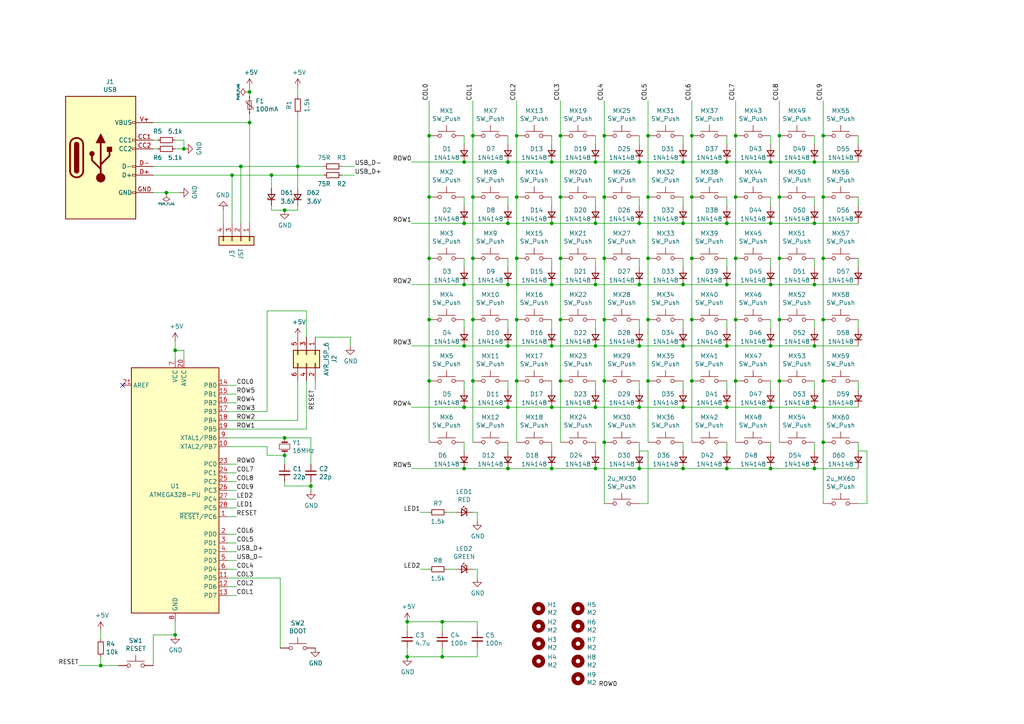
<source format=kicad_sch>
(kicad_sch (version 20210621) (generator eeschema)
  (paper "A4")
  (title_block (title "Lumberjack PCB"))
  (junction (at 29.21 193.04) (diameter 0.9144))
  (junction (at 48.26 55.88) (diameter 0.9144))
  (junction (at 50.8 101.6) (diameter 0.9144))
  (junction (at 50.8 184.15) (diameter 0.9144))
  (junction (at 53.34 43.18) (diameter 0.9144))
  (junction (at 67.31 50.8) (diameter 0.9144))
  (junction (at 69.85 48.26) (diameter 0.9144))
  (junction (at 72.39 26.67) (diameter 0.9144))
  (junction (at 72.39 35.56) (diameter 0.9144))
  (junction (at 78.74 50.8) (diameter 0.9144))
  (junction (at 82.55 60.96) (diameter 0.9144))
  (junction (at 82.55 127) (diameter 0.9144))
  (junction (at 82.55 132.08) (diameter 0.9144))
  (junction (at 86.36 48.26) (diameter 0.9144))
  (junction (at 90.17 140.97) (diameter 0.9144))
  (junction (at 118.11 180.34) (diameter 0.9144))
  (junction (at 118.11 190.5) (diameter 0.9144))
  (junction (at 124.46 39.37) (diameter 0.9144))
  (junction (at 124.46 57.15) (diameter 0.9144))
  (junction (at 124.46 74.93) (diameter 0.9144))
  (junction (at 124.46 92.71) (diameter 0.9144))
  (junction (at 124.46 110.49) (diameter 0.9144))
  (junction (at 128.27 180.34) (diameter 0.9144))
  (junction (at 128.27 190.5) (diameter 0.9144))
  (junction (at 134.62 46.99) (diameter 0.9144))
  (junction (at 134.62 64.77) (diameter 0.9144))
  (junction (at 134.62 82.55) (diameter 0.9144))
  (junction (at 134.62 100.33) (diameter 0.9144))
  (junction (at 134.62 118.11) (diameter 0.9144))
  (junction (at 134.62 135.89) (diameter 0.9144))
  (junction (at 137.16 39.37) (diameter 0.9144))
  (junction (at 137.16 57.15) (diameter 0.9144))
  (junction (at 137.16 74.93) (diameter 0.9144))
  (junction (at 137.16 92.71) (diameter 0.9144))
  (junction (at 137.16 110.49) (diameter 0.9144))
  (junction (at 147.32 46.99) (diameter 0.9144))
  (junction (at 147.32 64.77) (diameter 0.9144))
  (junction (at 147.32 82.55) (diameter 0.9144))
  (junction (at 147.32 100.33) (diameter 0.9144))
  (junction (at 147.32 118.11) (diameter 0.9144))
  (junction (at 147.32 135.89) (diameter 0.9144))
  (junction (at 149.86 39.37) (diameter 0.9144))
  (junction (at 149.86 57.15) (diameter 0.9144))
  (junction (at 149.86 74.93) (diameter 0.9144))
  (junction (at 149.86 92.71) (diameter 0.9144))
  (junction (at 149.86 110.49) (diameter 0.9144))
  (junction (at 160.02 46.99) (diameter 0.9144))
  (junction (at 160.02 64.77) (diameter 0.9144))
  (junction (at 160.02 82.55) (diameter 0.9144))
  (junction (at 160.02 100.33) (diameter 0.9144))
  (junction (at 160.02 118.11) (diameter 0.9144))
  (junction (at 160.02 135.89) (diameter 0.9144))
  (junction (at 162.56 39.37) (diameter 0.9144))
  (junction (at 162.56 57.15) (diameter 0.9144))
  (junction (at 162.56 74.93) (diameter 0.9144))
  (junction (at 162.56 92.71) (diameter 0.9144))
  (junction (at 162.56 110.49) (diameter 0.9144))
  (junction (at 172.72 46.99) (diameter 0.9144))
  (junction (at 172.72 64.77) (diameter 0.9144))
  (junction (at 172.72 82.55) (diameter 0.9144))
  (junction (at 172.72 100.33) (diameter 0.9144))
  (junction (at 172.72 118.11) (diameter 0.9144))
  (junction (at 172.72 135.89) (diameter 0.9144))
  (junction (at 175.26 39.37) (diameter 0.9144))
  (junction (at 175.26 57.15) (diameter 0.9144))
  (junction (at 175.26 74.93) (diameter 0.9144))
  (junction (at 175.26 92.71) (diameter 0.9144))
  (junction (at 175.26 110.49) (diameter 0.9144))
  (junction (at 175.26 128.27) (diameter 0.9144))
  (junction (at 185.42 46.99) (diameter 0.9144))
  (junction (at 185.42 64.77) (diameter 0.9144))
  (junction (at 185.42 82.55) (diameter 0.9144))
  (junction (at 185.42 100.33) (diameter 0.9144))
  (junction (at 185.42 118.11) (diameter 0.9144))
  (junction (at 185.42 135.89) (diameter 0.9144))
  (junction (at 187.96 39.37) (diameter 0.9144))
  (junction (at 187.96 57.15) (diameter 0.9144))
  (junction (at 187.96 74.93) (diameter 0.9144))
  (junction (at 187.96 92.71) (diameter 0.9144))
  (junction (at 187.96 110.49) (diameter 0.9144))
  (junction (at 198.12 46.99) (diameter 0.9144))
  (junction (at 198.12 64.77) (diameter 0.9144))
  (junction (at 198.12 82.55) (diameter 0.9144))
  (junction (at 198.12 100.33) (diameter 0.9144))
  (junction (at 198.12 118.11) (diameter 0.9144))
  (junction (at 198.12 135.89) (diameter 0.9144))
  (junction (at 200.66 39.37) (diameter 0.9144))
  (junction (at 200.66 57.15) (diameter 0.9144))
  (junction (at 200.66 74.93) (diameter 0.9144))
  (junction (at 200.66 92.71) (diameter 0.9144))
  (junction (at 200.66 110.49) (diameter 0.9144))
  (junction (at 210.82 46.99) (diameter 0.9144))
  (junction (at 210.82 64.77) (diameter 0.9144))
  (junction (at 210.82 82.55) (diameter 0.9144))
  (junction (at 210.82 100.33) (diameter 0.9144))
  (junction (at 210.82 118.11) (diameter 0.9144))
  (junction (at 210.82 135.89) (diameter 0.9144))
  (junction (at 213.36 39.37) (diameter 0.9144))
  (junction (at 213.36 57.15) (diameter 0.9144))
  (junction (at 213.36 74.93) (diameter 0.9144))
  (junction (at 213.36 92.71) (diameter 0.9144))
  (junction (at 213.36 110.49) (diameter 0.9144))
  (junction (at 223.52 46.99) (diameter 0.9144))
  (junction (at 223.52 64.77) (diameter 0.9144))
  (junction (at 223.52 82.55) (diameter 0.9144))
  (junction (at 223.52 100.33) (diameter 0.9144))
  (junction (at 223.52 118.11) (diameter 0.9144))
  (junction (at 223.52 135.89) (diameter 0.9144))
  (junction (at 226.06 39.37) (diameter 0.9144))
  (junction (at 226.06 57.15) (diameter 0.9144))
  (junction (at 226.06 74.93) (diameter 0.9144))
  (junction (at 226.06 92.71) (diameter 0.9144))
  (junction (at 226.06 110.49) (diameter 0.9144))
  (junction (at 236.22 46.99) (diameter 0.9144))
  (junction (at 236.22 64.77) (diameter 0.9144))
  (junction (at 236.22 82.55) (diameter 0.9144))
  (junction (at 236.22 100.33) (diameter 0.9144))
  (junction (at 236.22 118.11) (diameter 0.9144))
  (junction (at 236.22 135.89) (diameter 0.9144))
  (junction (at 238.76 39.37) (diameter 0.9144))
  (junction (at 238.76 57.15) (diameter 0.9144))
  (junction (at 238.76 74.93) (diameter 0.9144))
  (junction (at 238.76 92.71) (diameter 0.9144))
  (junction (at 238.76 110.49) (diameter 0.9144))
  (junction (at 238.76 128.27) (diameter 0.9144))
  (no_connect (at 35.56 111.76))
  (wire (pts (xy 22.86 193.04) (xy 29.21 193.04)))
  (wire (pts (xy 29.21 185.42) (xy 29.21 182.88)))
  (wire (pts (xy 29.21 190.5) (xy 29.21 193.04)))
  (wire (pts (xy 29.21 193.04) (xy 34.29 193.04)))
  (wire (pts (xy 44.45 35.56) (xy 72.39 35.56)))
  (wire (pts (xy 44.45 40.64) (xy 45.72 40.64)))
  (wire (pts (xy 44.45 43.18) (xy 45.72 43.18)))
  (wire (pts (xy 44.45 48.26) (xy 69.85 48.26)))
  (wire (pts (xy 44.45 50.8) (xy 67.31 50.8)))
  (wire (pts (xy 44.45 55.88) (xy 48.26 55.88)))
  (wire (pts (xy 44.45 184.15) (xy 50.8 184.15)))
  (wire (pts (xy 44.45 193.04) (xy 44.45 184.15)))
  (wire (pts (xy 48.26 55.88) (xy 52.07 55.88)))
  (wire (pts (xy 50.8 40.64) (xy 53.34 40.64)))
  (wire (pts (xy 50.8 101.6) (xy 50.8 99.06)))
  (wire (pts (xy 50.8 104.14) (xy 50.8 101.6)))
  (wire (pts (xy 50.8 184.15) (xy 50.8 180.34)))
  (wire (pts (xy 53.34 40.64) (xy 53.34 43.18)))
  (wire (pts (xy 53.34 43.18) (xy 50.8 43.18)))
  (wire (pts (xy 53.34 101.6) (xy 50.8 101.6)))
  (wire (pts (xy 53.34 101.6) (xy 53.34 104.14)))
  (wire (pts (xy 64.77 64.77) (xy 64.77 60.96)))
  (wire (pts (xy 66.04 111.76) (xy 68.58 111.76)))
  (wire (pts (xy 66.04 114.3) (xy 68.58 114.3)))
  (wire (pts (xy 66.04 116.84) (xy 68.58 116.84)))
  (wire (pts (xy 66.04 119.38) (xy 77.47 119.38)))
  (wire (pts (xy 66.04 121.92) (xy 86.36 121.92)))
  (wire (pts (xy 66.04 124.46) (xy 88.9 124.46)))
  (wire (pts (xy 66.04 127) (xy 82.55 127)))
  (wire (pts (xy 66.04 137.16) (xy 68.58 137.16)))
  (wire (pts (xy 66.04 139.7) (xy 68.58 139.7)))
  (wire (pts (xy 66.04 142.24) (xy 68.58 142.24)))
  (wire (pts (xy 66.04 144.78) (xy 68.58 144.78)))
  (wire (pts (xy 66.04 147.32) (xy 68.58 147.32)))
  (wire (pts (xy 66.04 149.86) (xy 68.58 149.86)))
  (wire (pts (xy 66.04 157.48) (xy 68.58 157.48)))
  (wire (pts (xy 66.04 160.02) (xy 68.58 160.02)))
  (wire (pts (xy 66.04 162.56) (xy 68.58 162.56)))
  (wire (pts (xy 66.04 165.1) (xy 68.58 165.1)))
  (wire (pts (xy 66.04 167.64) (xy 81.28 167.64)))
  (wire (pts (xy 66.04 170.18) (xy 68.58 170.18)))
  (wire (pts (xy 66.04 172.72) (xy 68.58 172.72)))
  (wire (pts (xy 67.31 50.8) (xy 67.31 64.77)))
  (wire (pts (xy 67.31 50.8) (xy 78.74 50.8)))
  (wire (pts (xy 68.58 134.62) (xy 66.04 134.62)))
  (wire (pts (xy 68.58 154.94) (xy 66.04 154.94)))
  (wire (pts (xy 69.85 48.26) (xy 69.85 64.77)))
  (wire (pts (xy 69.85 48.26) (xy 86.36 48.26)))
  (wire (pts (xy 72.39 25.4) (xy 72.39 26.67)))
  (wire (pts (xy 72.39 26.67) (xy 72.39 27.94)))
  (wire (pts (xy 72.39 33.02) (xy 72.39 35.56)))
  (wire (pts (xy 72.39 35.56) (xy 72.39 64.77)))
  (wire (pts (xy 77.47 90.17) (xy 88.9 90.17)))
  (wire (pts (xy 77.47 119.38) (xy 77.47 90.17)))
  (wire (pts (xy 77.47 129.54) (xy 66.04 129.54)))
  (wire (pts (xy 77.47 129.54) (xy 77.47 132.08)))
  (wire (pts (xy 78.74 50.8) (xy 78.74 54.61)))
  (wire (pts (xy 78.74 50.8) (xy 93.98 50.8)))
  (wire (pts (xy 78.74 59.69) (xy 78.74 60.96)))
  (wire (pts (xy 78.74 60.96) (xy 82.55 60.96)))
  (wire (pts (xy 81.28 167.64) (xy 81.28 187.96)))
  (wire (pts (xy 82.55 60.96) (xy 86.36 60.96)))
  (wire (pts (xy 82.55 127) (xy 90.17 127)))
  (wire (pts (xy 82.55 132.08) (xy 77.47 132.08)))
  (wire (pts (xy 82.55 132.08) (xy 82.55 134.62)))
  (wire (pts (xy 82.55 139.7) (xy 82.55 140.97)))
  (wire (pts (xy 82.55 140.97) (xy 90.17 140.97)))
  (wire (pts (xy 86.36 27.94) (xy 86.36 25.4)))
  (wire (pts (xy 86.36 33.02) (xy 86.36 48.26)))
  (wire (pts (xy 86.36 48.26) (xy 86.36 54.61)))
  (wire (pts (xy 86.36 48.26) (xy 93.98 48.26)))
  (wire (pts (xy 86.36 60.96) (xy 86.36 59.69)))
  (wire (pts (xy 86.36 110.49) (xy 86.36 121.92)))
  (wire (pts (xy 88.9 90.17) (xy 88.9 97.79)))
  (wire (pts (xy 88.9 110.49) (xy 88.9 124.46)))
  (wire (pts (xy 90.17 127) (xy 90.17 134.62)))
  (wire (pts (xy 90.17 140.97) (xy 90.17 139.7)))
  (wire (pts (xy 90.17 142.24) (xy 90.17 140.97)))
  (wire (pts (xy 91.44 97.79) (xy 101.6 97.79)))
  (wire (pts (xy 91.44 110.49) (xy 91.44 113.03)))
  (wire (pts (xy 99.06 48.26) (xy 102.87 48.26)))
  (wire (pts (xy 99.06 50.8) (xy 102.87 50.8)))
  (wire (pts (xy 101.6 97.79) (xy 101.6 100.33)))
  (wire (pts (xy 118.11 180.34) (xy 118.11 182.88)))
  (wire (pts (xy 118.11 180.34) (xy 128.27 180.34)))
  (wire (pts (xy 118.11 187.96) (xy 118.11 190.5)))
  (wire (pts (xy 119.38 46.99) (xy 134.62 46.99)))
  (wire (pts (xy 119.38 64.77) (xy 134.62 64.77)))
  (wire (pts (xy 119.38 82.55) (xy 134.62 82.55)))
  (wire (pts (xy 119.38 100.33) (xy 134.62 100.33)))
  (wire (pts (xy 119.38 118.11) (xy 134.62 118.11)))
  (wire (pts (xy 119.38 135.89) (xy 134.62 135.89)))
  (wire (pts (xy 124.46 39.37) (xy 124.46 29.21)))
  (wire (pts (xy 124.46 57.15) (xy 124.46 39.37)))
  (wire (pts (xy 124.46 74.93) (xy 124.46 57.15)))
  (wire (pts (xy 124.46 74.93) (xy 124.46 92.71)))
  (wire (pts (xy 124.46 92.71) (xy 124.46 110.49)))
  (wire (pts (xy 124.46 110.49) (xy 124.46 128.27)))
  (wire (pts (xy 124.46 148.59) (xy 121.92 148.59)))
  (wire (pts (xy 124.46 165.1) (xy 121.92 165.1)))
  (wire (pts (xy 128.27 180.34) (xy 128.27 182.88)))
  (wire (pts (xy 128.27 180.34) (xy 138.43 180.34)))
  (wire (pts (xy 128.27 187.96) (xy 128.27 190.5)))
  (wire (pts (xy 128.27 190.5) (xy 118.11 190.5)))
  (wire (pts (xy 129.54 148.59) (xy 132.08 148.59)))
  (wire (pts (xy 129.54 165.1) (xy 132.08 165.1)))
  (wire (pts (xy 134.62 39.37) (xy 134.62 41.91)))
  (wire (pts (xy 134.62 46.99) (xy 147.32 46.99)))
  (wire (pts (xy 134.62 57.15) (xy 134.62 59.69)))
  (wire (pts (xy 134.62 64.77) (xy 147.32 64.77)))
  (wire (pts (xy 134.62 74.93) (xy 134.62 77.47)))
  (wire (pts (xy 134.62 82.55) (xy 147.32 82.55)))
  (wire (pts (xy 134.62 92.71) (xy 134.62 95.25)))
  (wire (pts (xy 134.62 100.33) (xy 147.32 100.33)))
  (wire (pts (xy 134.62 110.49) (xy 134.62 113.03)))
  (wire (pts (xy 134.62 118.11) (xy 147.32 118.11)))
  (wire (pts (xy 134.62 128.27) (xy 134.62 130.81)))
  (wire (pts (xy 134.62 135.89) (xy 147.32 135.89)))
  (wire (pts (xy 137.16 39.37) (xy 137.16 29.21)))
  (wire (pts (xy 137.16 57.15) (xy 137.16 39.37)))
  (wire (pts (xy 137.16 74.93) (xy 137.16 57.15)))
  (wire (pts (xy 137.16 74.93) (xy 137.16 92.71)))
  (wire (pts (xy 137.16 92.71) (xy 137.16 110.49)))
  (wire (pts (xy 137.16 110.49) (xy 137.16 128.27)))
  (wire (pts (xy 137.16 148.59) (xy 138.43 148.59)))
  (wire (pts (xy 137.16 165.1) (xy 138.43 165.1)))
  (wire (pts (xy 138.43 148.59) (xy 138.43 151.13)))
  (wire (pts (xy 138.43 165.1) (xy 138.43 167.64)))
  (wire (pts (xy 138.43 180.34) (xy 138.43 182.88)))
  (wire (pts (xy 138.43 187.96) (xy 138.43 190.5)))
  (wire (pts (xy 138.43 190.5) (xy 128.27 190.5)))
  (wire (pts (xy 147.32 39.37) (xy 147.32 41.91)))
  (wire (pts (xy 147.32 46.99) (xy 160.02 46.99)))
  (wire (pts (xy 147.32 57.15) (xy 147.32 59.69)))
  (wire (pts (xy 147.32 64.77) (xy 160.02 64.77)))
  (wire (pts (xy 147.32 74.93) (xy 147.32 77.47)))
  (wire (pts (xy 147.32 82.55) (xy 160.02 82.55)))
  (wire (pts (xy 147.32 92.71) (xy 147.32 95.25)))
  (wire (pts (xy 147.32 100.33) (xy 160.02 100.33)))
  (wire (pts (xy 147.32 110.49) (xy 147.32 113.03)))
  (wire (pts (xy 147.32 118.11) (xy 160.02 118.11)))
  (wire (pts (xy 147.32 128.27) (xy 147.32 130.81)))
  (wire (pts (xy 147.32 135.89) (xy 160.02 135.89)))
  (wire (pts (xy 149.86 39.37) (xy 149.86 29.21)))
  (wire (pts (xy 149.86 57.15) (xy 149.86 39.37)))
  (wire (pts (xy 149.86 74.93) (xy 149.86 57.15)))
  (wire (pts (xy 149.86 74.93) (xy 149.86 92.71)))
  (wire (pts (xy 149.86 92.71) (xy 149.86 110.49)))
  (wire (pts (xy 149.86 110.49) (xy 149.86 128.27)))
  (wire (pts (xy 160.02 39.37) (xy 160.02 41.91)))
  (wire (pts (xy 160.02 46.99) (xy 172.72 46.99)))
  (wire (pts (xy 160.02 57.15) (xy 160.02 59.69)))
  (wire (pts (xy 160.02 64.77) (xy 172.72 64.77)))
  (wire (pts (xy 160.02 74.93) (xy 160.02 77.47)))
  (wire (pts (xy 160.02 82.55) (xy 172.72 82.55)))
  (wire (pts (xy 160.02 92.71) (xy 160.02 95.25)))
  (wire (pts (xy 160.02 100.33) (xy 172.72 100.33)))
  (wire (pts (xy 160.02 110.49) (xy 160.02 113.03)))
  (wire (pts (xy 160.02 118.11) (xy 172.72 118.11)))
  (wire (pts (xy 160.02 128.27) (xy 160.02 130.81)))
  (wire (pts (xy 160.02 135.89) (xy 172.72 135.89)))
  (wire (pts (xy 162.56 39.37) (xy 162.56 29.21)))
  (wire (pts (xy 162.56 57.15) (xy 162.56 39.37)))
  (wire (pts (xy 162.56 74.93) (xy 162.56 57.15)))
  (wire (pts (xy 162.56 74.93) (xy 162.56 92.71)))
  (wire (pts (xy 162.56 92.71) (xy 162.56 110.49)))
  (wire (pts (xy 162.56 110.49) (xy 162.56 128.27)))
  (wire (pts (xy 172.72 39.37) (xy 172.72 41.91)))
  (wire (pts (xy 172.72 46.99) (xy 185.42 46.99)))
  (wire (pts (xy 172.72 57.15) (xy 172.72 59.69)))
  (wire (pts (xy 172.72 64.77) (xy 185.42 64.77)))
  (wire (pts (xy 172.72 74.93) (xy 172.72 77.47)))
  (wire (pts (xy 172.72 82.55) (xy 185.42 82.55)))
  (wire (pts (xy 172.72 92.71) (xy 172.72 95.25)))
  (wire (pts (xy 172.72 100.33) (xy 185.42 100.33)))
  (wire (pts (xy 172.72 110.49) (xy 172.72 113.03)))
  (wire (pts (xy 172.72 118.11) (xy 185.42 118.11)))
  (wire (pts (xy 172.72 128.27) (xy 172.72 130.81)))
  (wire (pts (xy 172.72 135.89) (xy 185.42 135.89)))
  (wire (pts (xy 175.26 39.37) (xy 175.26 29.21)))
  (wire (pts (xy 175.26 57.15) (xy 175.26 39.37)))
  (wire (pts (xy 175.26 74.93) (xy 175.26 57.15)))
  (wire (pts (xy 175.26 74.93) (xy 175.26 92.71)))
  (wire (pts (xy 175.26 92.71) (xy 175.26 110.49)))
  (wire (pts (xy 175.26 110.49) (xy 175.26 128.27)))
  (wire (pts (xy 175.26 128.27) (xy 175.26 146.05)))
  (wire (pts (xy 185.42 39.37) (xy 185.42 41.91)))
  (wire (pts (xy 185.42 46.99) (xy 198.12 46.99)))
  (wire (pts (xy 185.42 57.15) (xy 185.42 59.69)))
  (wire (pts (xy 185.42 64.77) (xy 198.12 64.77)))
  (wire (pts (xy 185.42 74.93) (xy 185.42 77.47)))
  (wire (pts (xy 185.42 82.55) (xy 198.12 82.55)))
  (wire (pts (xy 185.42 92.71) (xy 185.42 95.25)))
  (wire (pts (xy 185.42 100.33) (xy 198.12 100.33)))
  (wire (pts (xy 185.42 110.49) (xy 185.42 113.03)))
  (wire (pts (xy 185.42 118.11) (xy 198.12 118.11)))
  (wire (pts (xy 185.42 128.27) (xy 185.42 130.81)))
  (wire (pts (xy 185.42 135.89) (xy 198.12 135.89)))
  (wire (pts (xy 185.42 146.05) (xy 187.96 146.05)))
  (wire (pts (xy 187.96 39.37) (xy 187.96 29.21)))
  (wire (pts (xy 187.96 57.15) (xy 187.96 39.37)))
  (wire (pts (xy 187.96 74.93) (xy 187.96 57.15)))
  (wire (pts (xy 187.96 74.93) (xy 187.96 92.71)))
  (wire (pts (xy 187.96 92.71) (xy 187.96 110.49)))
  (wire (pts (xy 187.96 110.49) (xy 187.96 128.27)))
  (wire (pts (xy 187.96 130.81) (xy 185.42 130.81)))
  (wire (pts (xy 187.96 146.05) (xy 187.96 130.81)))
  (wire (pts (xy 198.12 39.37) (xy 198.12 41.91)))
  (wire (pts (xy 198.12 46.99) (xy 210.82 46.99)))
  (wire (pts (xy 198.12 57.15) (xy 198.12 59.69)))
  (wire (pts (xy 198.12 64.77) (xy 210.82 64.77)))
  (wire (pts (xy 198.12 74.93) (xy 198.12 77.47)))
  (wire (pts (xy 198.12 82.55) (xy 210.82 82.55)))
  (wire (pts (xy 198.12 92.71) (xy 198.12 95.25)))
  (wire (pts (xy 198.12 100.33) (xy 210.82 100.33)))
  (wire (pts (xy 198.12 110.49) (xy 198.12 113.03)))
  (wire (pts (xy 198.12 118.11) (xy 210.82 118.11)))
  (wire (pts (xy 198.12 128.27) (xy 198.12 130.81)))
  (wire (pts (xy 198.12 135.89) (xy 210.82 135.89)))
  (wire (pts (xy 200.66 29.21) (xy 200.66 39.37)))
  (wire (pts (xy 200.66 57.15) (xy 200.66 39.37)))
  (wire (pts (xy 200.66 74.93) (xy 200.66 57.15)))
  (wire (pts (xy 200.66 74.93) (xy 200.66 92.71)))
  (wire (pts (xy 200.66 92.71) (xy 200.66 110.49)))
  (wire (pts (xy 200.66 110.49) (xy 200.66 128.27)))
  (wire (pts (xy 210.82 39.37) (xy 210.82 41.91)))
  (wire (pts (xy 210.82 46.99) (xy 223.52 46.99)))
  (wire (pts (xy 210.82 57.15) (xy 210.82 59.69)))
  (wire (pts (xy 210.82 64.77) (xy 223.52 64.77)))
  (wire (pts (xy 210.82 74.93) (xy 210.82 77.47)))
  (wire (pts (xy 210.82 82.55) (xy 223.52 82.55)))
  (wire (pts (xy 210.82 92.71) (xy 210.82 95.25)))
  (wire (pts (xy 210.82 100.33) (xy 223.52 100.33)))
  (wire (pts (xy 210.82 110.49) (xy 210.82 113.03)))
  (wire (pts (xy 210.82 118.11) (xy 223.52 118.11)))
  (wire (pts (xy 210.82 128.27) (xy 210.82 130.81)))
  (wire (pts (xy 210.82 135.89) (xy 223.52 135.89)))
  (wire (pts (xy 213.36 29.21) (xy 213.36 39.37)))
  (wire (pts (xy 213.36 39.37) (xy 213.36 57.15)))
  (wire (pts (xy 213.36 74.93) (xy 213.36 57.15)))
  (wire (pts (xy 213.36 74.93) (xy 213.36 92.71)))
  (wire (pts (xy 213.36 92.71) (xy 213.36 110.49)))
  (wire (pts (xy 213.36 110.49) (xy 213.36 128.27)))
  (wire (pts (xy 223.52 39.37) (xy 223.52 41.91)))
  (wire (pts (xy 223.52 46.99) (xy 236.22 46.99)))
  (wire (pts (xy 223.52 57.15) (xy 223.52 59.69)))
  (wire (pts (xy 223.52 64.77) (xy 236.22 64.77)))
  (wire (pts (xy 223.52 74.93) (xy 223.52 77.47)))
  (wire (pts (xy 223.52 82.55) (xy 236.22 82.55)))
  (wire (pts (xy 223.52 92.71) (xy 223.52 95.25)))
  (wire (pts (xy 223.52 100.33) (xy 236.22 100.33)))
  (wire (pts (xy 223.52 110.49) (xy 223.52 113.03)))
  (wire (pts (xy 223.52 118.11) (xy 236.22 118.11)))
  (wire (pts (xy 223.52 128.27) (xy 223.52 130.81)))
  (wire (pts (xy 223.52 135.89) (xy 236.22 135.89)))
  (wire (pts (xy 226.06 29.21) (xy 226.06 39.37)))
  (wire (pts (xy 226.06 39.37) (xy 226.06 57.15)))
  (wire (pts (xy 226.06 57.15) (xy 226.06 74.93)))
  (wire (pts (xy 226.06 74.93) (xy 226.06 92.71)))
  (wire (pts (xy 226.06 92.71) (xy 226.06 110.49)))
  (wire (pts (xy 226.06 110.49) (xy 226.06 128.27)))
  (wire (pts (xy 236.22 39.37) (xy 236.22 41.91)))
  (wire (pts (xy 236.22 46.99) (xy 248.92 46.99)))
  (wire (pts (xy 236.22 57.15) (xy 236.22 59.69)))
  (wire (pts (xy 236.22 64.77) (xy 248.92 64.77)))
  (wire (pts (xy 236.22 74.93) (xy 236.22 77.47)))
  (wire (pts (xy 236.22 82.55) (xy 248.92 82.55)))
  (wire (pts (xy 236.22 92.71) (xy 236.22 95.25)))
  (wire (pts (xy 236.22 100.33) (xy 248.92 100.33)))
  (wire (pts (xy 236.22 110.49) (xy 236.22 113.03)))
  (wire (pts (xy 236.22 118.11) (xy 248.92 118.11)))
  (wire (pts (xy 236.22 128.27) (xy 236.22 130.81)))
  (wire (pts (xy 236.22 135.89) (xy 248.92 135.89)))
  (wire (pts (xy 238.76 29.21) (xy 238.76 39.37)))
  (wire (pts (xy 238.76 39.37) (xy 238.76 57.15)))
  (wire (pts (xy 238.76 57.15) (xy 238.76 74.93)))
  (wire (pts (xy 238.76 74.93) (xy 238.76 92.71)))
  (wire (pts (xy 238.76 92.71) (xy 238.76 110.49)))
  (wire (pts (xy 238.76 110.49) (xy 238.76 128.27)))
  (wire (pts (xy 238.76 128.27) (xy 238.76 146.05)))
  (wire (pts (xy 248.92 39.37) (xy 248.92 41.91)))
  (wire (pts (xy 248.92 57.15) (xy 248.92 59.69)))
  (wire (pts (xy 248.92 74.93) (xy 248.92 77.47)))
  (wire (pts (xy 248.92 92.71) (xy 248.92 95.25)))
  (wire (pts (xy 248.92 110.49) (xy 248.92 113.03)))
  (wire (pts (xy 248.92 128.27) (xy 248.92 130.81)))
  (wire (pts (xy 248.92 146.05) (xy 251.46 146.05)))
  (wire (pts (xy 251.46 130.81) (xy 248.92 130.81)))
  (wire (pts (xy 251.46 146.05) (xy 251.46 130.81)))
  (label "RESET" (at 22.86 193.04 180))
  (label "COL0" (at 68.58 111.76 0))
  (label "ROW5" (at 68.58 114.3 0))
  (label "ROW4" (at 68.58 116.84 0))
  (label "ROW3" (at 68.58 119.38 0))
  (label "ROW2" (at 68.58 121.92 0))
  (label "ROW1" (at 68.58 124.46 0))
  (label "ROW0" (at 68.58 134.62 0))
  (label "COL7" (at 68.58 137.16 0))
  (label "COL8" (at 68.58 139.7 0))
  (label "COL9" (at 68.58 142.24 0))
  (label "LED2" (at 68.58 144.78 0))
  (label "LED1" (at 68.58 147.32 0))
  (label "RESET" (at 68.58 149.86 0))
  (label "COL6" (at 68.58 154.94 0))
  (label "COL5" (at 68.58 157.48 0))
  (label "USB_D+" (at 68.58 160.02 0))
  (label "USB_D-" (at 68.58 162.56 0))
  (label "COL4" (at 68.58 165.1 0))
  (label "COL3" (at 68.58 167.64 0))
  (label "COL2" (at 68.58 170.18 0))
  (label "COL1" (at 68.58 172.72 0))
  (label "RESET" (at 91.44 113.03 270))
  (label "USB_D-" (at 102.87 48.26 0))
  (label "USB_D+" (at 102.87 50.8 0))
  (label "ROW0" (at 119.38 46.99 180))
  (label "ROW1" (at 119.38 64.77 180))
  (label "ROW2" (at 119.38 82.55 180))
  (label "ROW3" (at 119.38 100.33 180))
  (label "ROW4" (at 119.38 118.11 180))
  (label "ROW5" (at 119.38 135.89 180))
  (label "LED1" (at 121.92 148.59 180))
  (label "LED2" (at 121.92 165.1 180))
  (label "COL0" (at 124.46 29.21 90))
  (label "COL1" (at 137.16 29.21 90))
  (label "COL2" (at 149.86 29.21 90))
  (label "COL3" (at 162.56 29.21 90))
  (label "COL4" (at 175.26 29.21 90))
  (label "ROW0" (at 179.07 199.39 180))
  (label "COL5" (at 187.96 29.21 90))
  (label "COL6" (at 200.66 29.21 90))
  (label "COL7" (at 213.36 29.21 90))
  (label "COL8" (at 226.06 29.21 90))
  (label "COL9" (at 238.76 29.21 90))
  (symbol (lib_id "power:+5V") (at 29.21 182.88 0) (unit 1)
    (property "Reference" "#PWR010" (effects hide))
    (property "Value" "+5V" (at 29.591 178.4858 0))
  )
  (symbol (lib_id "power:+5V") (at 50.8 99.06 0) (unit 1)
    (property "Reference" "#PWR06" (effects hide))
    (property "Value" "+5V" (at 51.181 94.6658 0))
  )
  (symbol (lib_id "power:+5V") (at 72.39 25.4 0) (unit 1)
    (property "Reference" "#PWR08" (effects hide))
    (property "Value" "+5V" (at 72.771 21.0058 0))
  )
  (symbol (lib_id "power:+5V") (at 86.36 25.4 0) (unit 1)
    (property "Reference" "#PWR05" (effects hide))
    (property "Value" "+5V" (at 86.741 21.0058 0))
  )
  (symbol (lib_id "power:+5V") (at 86.36 97.79 0) (unit 1)
    (property "Reference" "#PWR012" (effects hide))
    (property "Value" "+5V" (at 86.741 93.3958 0))
  )
  (symbol (lib_id "power:+5V") (at 118.11 180.34 0) (unit 1)
    (property "Reference" "#PWR02" (effects hide))
    (property "Value" "+5V" (at 118.491 175.9458 0))
  )
  (symbol (lib_id "power:PWR_FLAG") (at 48.26 55.88 180) (unit 1)
    (property "Reference" "#FLG02" (effects hide))
    (property "Value" "PWR_FLAG" (at 48.26 59.1566 0) (effects (font (size 0.635 0.635))))
  )
  (symbol (lib_id "power:PWR_FLAG") (at 72.39 26.67 90) (unit 1)
    (property "Reference" "#FLG03" (effects hide))
    (property "Value" "PWR_FLAG" (at 69.1134 26.67 0) (effects (font (size 0.635 0.635))))
  )
  (symbol (lib_id "power:GND") (at 50.8 184.15 0) (unit 1)
    (property "Reference" "#PWR07" (effects hide))
    (property "Value" "GND" (at 50.927 188.5442 0))
  )
  (symbol (lib_id "power:GND") (at 52.07 55.88 90) (unit 1)
    (property "Reference" "#PWR0104" (effects hide))
    (property "Value" "GND" (at 56.4642 55.753 0))
  )
  (symbol (lib_id "power:GND") (at 53.34 43.18 90) (unit 1)
    (property "Reference" "#PWR0102" (effects hide))
    (property "Value" "GND" (at 57.7342 43.053 0))
  )
  (symbol (lib_id "power:GND") (at 64.77 60.96 180) (unit 1)
    (property "Reference" "#PWR0103" (effects hide))
    (property "Value" "GND" (at 64.643 56.5658 0))
  )
  (symbol (lib_id "power:GND") (at 82.55 60.96 0) (unit 1)
    (property "Reference" "#PWR0105" (effects hide))
    (property "Value" "GND" (at 82.677 65.3542 0))
  )
  (symbol (lib_id "power:GND") (at 90.17 142.24 0) (unit 1)
    (property "Reference" "#PWR09" (effects hide))
    (property "Value" "GND" (at 90.297 146.6342 0))
  )
  (symbol (lib_id "power:GND") (at 91.44 187.96 0) (unit 1)
    (property "Reference" "#PWR011" (effects hide))
    (property "Value" "GND" (at 91.567 192.3542 0))
  )
  (symbol (lib_id "power:GND") (at 101.6 100.33 0) (unit 1)
    (property "Reference" "#PWR013" (effects hide))
    (property "Value" "GND" (at 101.727 104.7242 0))
  )
  (symbol (lib_id "power:GND") (at 118.11 190.5 0) (unit 1)
    (property "Reference" "#PWR03" (effects hide))
    (property "Value" "GND" (at 118.237 194.8942 0))
  )
  (symbol (lib_id "power:GND") (at 138.43 151.13 0) (unit 1)
    (property "Reference" "#PWR0101" (effects hide))
    (property "Value" "GND" (at 138.557 155.5242 0))
  )
  (symbol (lib_id "power:GND") (at 138.43 167.64 0) (unit 1)
    (property "Reference" "#PWR014" (effects hide))
    (property "Value" "GND" (at 138.557 172.0342 0))
  )
  (symbol (lib_id "Device:R_Small") (at 29.21 187.96 0) (unit 1)
    (property "Reference" "R4" (at 30.7086 186.7916 0) (effects (justify left)))
    (property "Value" "10k" (at 30.7086 189.103 0) (effects (justify left)))
    (property "Footprint" "Resistor_THT:R_Axial_DIN0204_L3.6mm_D1.6mm_P7.62mm_Horizontal" (effects hide))
  )
  (symbol (lib_id "Device:R_Small") (at 48.26 40.64 270) (unit 1)
    (property "Reference" "R5" (at 45.72 38.1 90))
    (property "Value" "5.1k" (at 50.8 38.1 90))
    (property "Footprint" "Resistor_THT:R_Axial_DIN0204_L3.6mm_D1.6mm_P7.62mm_Horizontal" (effects hide))
  )
  (symbol (lib_id "Device:R_Small") (at 48.26 43.18 270) (unit 1)
    (property "Reference" "R6" (at 45.72 45.72 90))
    (property "Value" "5.1k" (at 50.8 45.72 90))
    (property "Footprint" "Resistor_THT:R_Axial_DIN0204_L3.6mm_D1.6mm_P7.62mm_Horizontal" (effects hide))
  )
  (symbol (lib_id "Device:R_Small") (at 86.36 30.48 180) (unit 1)
    (property "Reference" "R1" (at 83.82 30.48 90))
    (property "Value" "1.5k" (at 89.027 30.48 90))
    (property "Footprint" "Resistor_THT:R_Axial_DIN0204_L3.6mm_D1.6mm_P7.62mm_Horizontal" (effects hide))
  )
  (symbol (lib_id "Device:R_Small") (at 96.52 48.26 90) (unit 1)
    (property "Reference" "R3" (at 99.06 45.72 90))
    (property "Value" "75R" (at 93.98 45.72 90))
    (property "Footprint" "Resistor_THT:R_Axial_DIN0204_L3.6mm_D1.6mm_P7.62mm_Horizontal" (effects hide))
  )
  (symbol (lib_id "Device:R_Small") (at 96.52 50.8 90) (unit 1)
    (property "Reference" "R2" (at 99.06 53.34 90))
    (property "Value" "75R" (at 93.98 53.34 90))
    (property "Footprint" "Resistor_THT:R_Axial_DIN0204_L3.6mm_D1.6mm_P7.62mm_Horizontal" (effects hide))
  )
  (symbol (lib_id "Device:R_Small") (at 127 148.59 90) (unit 1)
    (property "Reference" "R7" (at 127 146.05 90))
    (property "Value" "1.5k" (at 127 151.257 90))
    (property "Footprint" "Resistor_THT:R_Axial_DIN0204_L3.6mm_D1.6mm_P7.62mm_Horizontal" (effects hide))
  )
  (symbol (lib_id "Device:R_Small") (at 127 165.1 90) (unit 1)
    (property "Reference" "R8" (at 127 162.56 90))
    (property "Value" "1.5k" (at 127 167.767 90))
    (property "Footprint" "Resistor_THT:R_Axial_DIN0204_L3.6mm_D1.6mm_P7.62mm_Horizontal" (effects hide))
  )
  (symbol (lib_id "Device:Polyfuse_Small") (at 72.39 30.48 180) (unit 1)
    (property "Reference" "F1" (at 74.1172 29.3116 0) (effects (justify right)))
    (property "Value" "100mA" (at 74.1172 31.623 0) (effects (justify right)))
    (property "Footprint" "Fuse:Fuse_Bourns_MF-RHT100" (effects hide))
  )
  (symbol (lib_id "Device:D_Zener_Small") (at 78.74 57.15 90) (unit 1)
    (property "Reference" "D61" (at 81.28 55.8799 90) (effects (justify right)))
    (property "Value" "3.6V" (at 81.28 58.4199 90) (effects (justify right)))
    (property "Footprint" "Diode_THT:D_DO-35_SOD27_P7.62mm_Horizontal" (effects hide))
  )
  (symbol (lib_id "Device:D_Zener_Small") (at 86.36 57.15 90) (unit 1)
    (property "Reference" "D62" (at 88.9 55.8799 90) (effects (justify right)))
    (property "Value" "3.6V" (at 88.9 58.4199 90) (effects (justify right)))
    (property "Footprint" "Diode_THT:D_DO-35_SOD27_P7.62mm_Horizontal" (effects hide))
  )
  (symbol (lib_id "Device:D_Small") (at 134.62 44.45 270) (mirror x) (unit 1)
    (property "Reference" "D1" (at 128.27 43.18 90) (effects (justify left)))
    (property "Value" "1N4148" (at 125.73 45.72 90) (effects (justify left)))
    (property "Footprint" "Diode_THT:D_DO-35_SOD27_P7.62mm_Horizontal" (effects hide))
  )
  (symbol (lib_id "Device:D_Small") (at 134.62 62.23 270) (mirror x) (unit 1)
    (property "Reference" "D2" (at 128.27 60.96 90) (effects (justify left)))
    (property "Value" "1N4148" (at 125.73 63.5 90) (effects (justify left)))
    (property "Footprint" "Diode_THT:D_DO-35_SOD27_P7.62mm_Horizontal" (effects hide))
  )
  (symbol (lib_id "Device:D_Small") (at 134.62 80.01 270) (mirror x) (unit 1)
    (property "Reference" "D3" (at 128.27 78.74 90) (effects (justify left)))
    (property "Value" "1N4148" (at 125.73 81.28 90) (effects (justify left)))
    (property "Footprint" "Diode_THT:D_DO-35_SOD27_P7.62mm_Horizontal" (effects hide))
  )
  (symbol (lib_id "Device:D_Small") (at 134.62 97.79 270) (mirror x) (unit 1)
    (property "Reference" "D4" (at 128.27 96.52 90) (effects (justify left)))
    (property "Value" "1N4148" (at 125.73 99.06 90) (effects (justify left)))
    (property "Footprint" "Diode_THT:D_DO-35_SOD27_P7.62mm_Horizontal" (effects hide))
  )
  (symbol (lib_id "Device:D_Small") (at 134.62 115.57 270) (mirror x) (unit 1)
    (property "Reference" "D5" (at 128.27 114.3 90) (effects (justify left)))
    (property "Value" "1N4148" (at 125.73 116.84 90) (effects (justify left)))
    (property "Footprint" "Diode_THT:D_DO-35_SOD27_P7.62mm_Horizontal" (effects hide))
  )
  (symbol (lib_id "Device:D_Small") (at 134.62 133.35 270) (mirror x) (unit 1)
    (property "Reference" "D6" (at 127 132.08 90) (effects (justify left)))
    (property "Value" "1N4148" (at 125.73 134.62 90) (effects (justify left)))
    (property "Footprint" "Diode_THT:D_DO-35_SOD27_P7.62mm_Horizontal" (effects hide))
  )
  (symbol (lib_id "Device:D_Small") (at 147.32 44.45 270) (mirror x) (unit 1)
    (property "Reference" "D7" (at 140.97 43.18 90) (effects (justify left)))
    (property "Value" "1N4148" (at 138.43 45.72 90) (effects (justify left)))
    (property "Footprint" "Diode_THT:D_DO-35_SOD27_P7.62mm_Horizontal" (effects hide))
  )
  (symbol (lib_id "Device:D_Small") (at 147.32 62.23 270) (mirror x) (unit 1)
    (property "Reference" "D8" (at 140.97 60.96 90) (effects (justify left)))
    (property "Value" "1N4148" (at 138.43 63.5 90) (effects (justify left)))
    (property "Footprint" "Diode_THT:D_DO-35_SOD27_P7.62mm_Horizontal" (effects hide))
  )
  (symbol (lib_id "Device:D_Small") (at 147.32 80.01 270) (mirror x) (unit 1)
    (property "Reference" "D9" (at 140.97 78.74 90) (effects (justify left)))
    (property "Value" "1N4148" (at 138.43 81.28 90) (effects (justify left)))
    (property "Footprint" "Diode_THT:D_DO-35_SOD27_P7.62mm_Horizontal" (effects hide))
  )
  (symbol (lib_id "Device:D_Small") (at 147.32 97.79 270) (mirror x) (unit 1)
    (property "Reference" "D10" (at 140.97 96.52 90) (effects (justify left)))
    (property "Value" "1N4148" (at 138.43 99.06 90) (effects (justify left)))
    (property "Footprint" "Diode_THT:D_DO-35_SOD27_P7.62mm_Horizontal" (effects hide))
  )
  (symbol (lib_id "Device:D_Small") (at 147.32 115.57 270) (mirror x) (unit 1)
    (property "Reference" "D11" (at 140.97 114.3 90) (effects (justify left)))
    (property "Value" "1N4148" (at 138.43 116.84 90) (effects (justify left)))
    (property "Footprint" "Diode_THT:D_DO-35_SOD27_P7.62mm_Horizontal" (effects hide))
  )
  (symbol (lib_id "Device:D_Small") (at 147.32 133.35 270) (mirror x) (unit 1)
    (property "Reference" "D12" (at 139.7 132.08 90) (effects (justify left)))
    (property "Value" "1N4148" (at 138.43 134.62 90) (effects (justify left)))
    (property "Footprint" "Diode_THT:D_DO-35_SOD27_P7.62mm_Horizontal" (effects hide))
  )
  (symbol (lib_id "Device:D_Small") (at 160.02 44.45 270) (mirror x) (unit 1)
    (property "Reference" "D13" (at 153.67 43.18 90) (effects (justify left)))
    (property "Value" "1N4148" (at 151.13 45.72 90) (effects (justify left)))
    (property "Footprint" "Diode_THT:D_DO-35_SOD27_P7.62mm_Horizontal" (effects hide))
  )
  (symbol (lib_id "Device:D_Small") (at 160.02 62.23 270) (mirror x) (unit 1)
    (property "Reference" "D14" (at 153.67 60.96 90) (effects (justify left)))
    (property "Value" "1N4148" (at 151.13 63.5 90) (effects (justify left)))
    (property "Footprint" "Diode_THT:D_DO-35_SOD27_P7.62mm_Horizontal" (effects hide))
  )
  (symbol (lib_id "Device:D_Small") (at 160.02 80.01 270) (mirror x) (unit 1)
    (property "Reference" "D15" (at 153.67 78.74 90) (effects (justify left)))
    (property "Value" "1N4148" (at 151.13 81.28 90) (effects (justify left)))
    (property "Footprint" "Diode_THT:D_DO-35_SOD27_P7.62mm_Horizontal" (effects hide))
  )
  (symbol (lib_id "Device:D_Small") (at 160.02 97.79 270) (mirror x) (unit 1)
    (property "Reference" "D16" (at 153.67 96.52 90) (effects (justify left)))
    (property "Value" "1N4148" (at 151.13 99.06 90) (effects (justify left)))
    (property "Footprint" "Diode_THT:D_DO-35_SOD27_P7.62mm_Horizontal" (effects hide))
  )
  (symbol (lib_id "Device:D_Small") (at 160.02 115.57 270) (mirror x) (unit 1)
    (property "Reference" "D17" (at 153.67 114.3 90) (effects (justify left)))
    (property "Value" "1N4148" (at 151.13 116.84 90) (effects (justify left)))
    (property "Footprint" "Diode_THT:D_DO-35_SOD27_P7.62mm_Horizontal" (effects hide))
  )
  (symbol (lib_id "Device:D_Small") (at 160.02 133.35 270) (mirror x) (unit 1)
    (property "Reference" "D18" (at 152.4 132.08 90) (effects (justify left)))
    (property "Value" "1N4148" (at 151.13 134.62 90) (effects (justify left)))
    (property "Footprint" "Diode_THT:D_DO-35_SOD27_P7.62mm_Horizontal" (effects hide))
  )
  (symbol (lib_id "Device:D_Small") (at 172.72 44.45 270) (mirror x) (unit 1)
    (property "Reference" "D19" (at 166.37 43.18 90) (effects (justify left)))
    (property "Value" "1N4148" (at 163.83 45.72 90) (effects (justify left)))
    (property "Footprint" "Diode_THT:D_DO-35_SOD27_P7.62mm_Horizontal" (effects hide))
  )
  (symbol (lib_id "Device:D_Small") (at 172.72 62.23 270) (mirror x) (unit 1)
    (property "Reference" "D20" (at 166.37 60.96 90) (effects (justify left)))
    (property "Value" "1N4148" (at 163.83 63.5 90) (effects (justify left)))
    (property "Footprint" "Diode_THT:D_DO-35_SOD27_P7.62mm_Horizontal" (effects hide))
  )
  (symbol (lib_id "Device:D_Small") (at 172.72 80.01 270) (mirror x) (unit 1)
    (property "Reference" "D21" (at 166.37 78.74 90) (effects (justify left)))
    (property "Value" "1N4148" (at 163.83 81.28 90) (effects (justify left)))
    (property "Footprint" "Diode_THT:D_DO-35_SOD27_P7.62mm_Horizontal" (effects hide))
  )
  (symbol (lib_id "Device:D_Small") (at 172.72 97.79 270) (mirror x) (unit 1)
    (property "Reference" "D22" (at 166.37 96.52 90) (effects (justify left)))
    (property "Value" "1N4148" (at 163.83 99.06 90) (effects (justify left)))
    (property "Footprint" "Diode_THT:D_DO-35_SOD27_P7.62mm_Horizontal" (effects hide))
  )
  (symbol (lib_id "Device:D_Small") (at 172.72 115.57 270) (mirror x) (unit 1)
    (property "Reference" "D23" (at 166.37 114.3 90) (effects (justify left)))
    (property "Value" "1N4148" (at 163.83 116.84 90) (effects (justify left)))
    (property "Footprint" "Diode_THT:D_DO-35_SOD27_P7.62mm_Horizontal" (effects hide))
  )
  (symbol (lib_id "Device:D_Small") (at 172.72 133.35 270) (mirror x) (unit 1)
    (property "Reference" "D24" (at 165.1 132.08 90) (effects (justify left)))
    (property "Value" "1N4148" (at 163.83 134.62 90) (effects (justify left)))
    (property "Footprint" "Diode_THT:D_DO-35_SOD27_P7.62mm_Horizontal" (effects hide))
  )
  (symbol (lib_id "Device:D_Small") (at 185.42 44.45 270) (mirror x) (unit 1)
    (property "Reference" "D25" (at 179.07 43.18 90) (effects (justify left)))
    (property "Value" "1N4148" (at 176.53 45.72 90) (effects (justify left)))
    (property "Footprint" "Diode_THT:D_DO-35_SOD27_P7.62mm_Horizontal" (effects hide))
  )
  (symbol (lib_id "Device:D_Small") (at 185.42 62.23 270) (mirror x) (unit 1)
    (property "Reference" "D26" (at 179.07 60.96 90) (effects (justify left)))
    (property "Value" "1N4148" (at 176.53 63.5 90) (effects (justify left)))
    (property "Footprint" "Diode_THT:D_DO-35_SOD27_P7.62mm_Horizontal" (effects hide))
  )
  (symbol (lib_id "Device:D_Small") (at 185.42 80.01 270) (mirror x) (unit 1)
    (property "Reference" "D27" (at 179.07 78.74 90) (effects (justify left)))
    (property "Value" "1N4148" (at 176.53 81.28 90) (effects (justify left)))
    (property "Footprint" "Diode_THT:D_DO-35_SOD27_P7.62mm_Horizontal" (effects hide))
  )
  (symbol (lib_id "Device:D_Small") (at 185.42 97.79 270) (mirror x) (unit 1)
    (property "Reference" "D28" (at 179.07 96.52 90) (effects (justify left)))
    (property "Value" "1N4148" (at 176.53 99.06 90) (effects (justify left)))
    (property "Footprint" "Diode_THT:D_DO-35_SOD27_P7.62mm_Horizontal" (effects hide))
  )
  (symbol (lib_id "Device:D_Small") (at 185.42 115.57 270) (mirror x) (unit 1)
    (property "Reference" "D29" (at 179.07 114.3 90) (effects (justify left)))
    (property "Value" "1N4148" (at 176.53 116.84 90) (effects (justify left)))
    (property "Footprint" "Diode_THT:D_DO-35_SOD27_P7.62mm_Horizontal" (effects hide))
  )
  (symbol (lib_id "Device:D_Small") (at 185.42 133.35 270) (mirror x) (unit 1)
    (property "Reference" "D30" (at 179.07 132.08 90) (effects (justify left)))
    (property "Value" "1N4148" (at 176.53 134.62 90) (effects (justify left)))
    (property "Footprint" "Diode_THT:D_DO-35_SOD27_P7.62mm_Horizontal" (effects hide))
  )
  (symbol (lib_id "Device:D_Small") (at 198.12 44.45 270) (mirror x) (unit 1)
    (property "Reference" "D31" (at 191.77 43.18 90) (effects (justify left)))
    (property "Value" "1N4148" (at 189.23 45.72 90) (effects (justify left)))
    (property "Footprint" "Diode_THT:D_DO-35_SOD27_P7.62mm_Horizontal" (effects hide))
  )
  (symbol (lib_id "Device:D_Small") (at 198.12 62.23 270) (mirror x) (unit 1)
    (property "Reference" "D32" (at 191.77 60.96 90) (effects (justify left)))
    (property "Value" "1N4148" (at 189.23 63.5 90) (effects (justify left)))
    (property "Footprint" "Diode_THT:D_DO-35_SOD27_P7.62mm_Horizontal" (effects hide))
  )
  (symbol (lib_id "Device:D_Small") (at 198.12 80.01 270) (mirror x) (unit 1)
    (property "Reference" "D33" (at 191.77 78.74 90) (effects (justify left)))
    (property "Value" "1N4148" (at 189.23 81.28 90) (effects (justify left)))
    (property "Footprint" "Diode_THT:D_DO-35_SOD27_P7.62mm_Horizontal" (effects hide))
  )
  (symbol (lib_id "Device:D_Small") (at 198.12 97.79 270) (mirror x) (unit 1)
    (property "Reference" "D34" (at 191.77 96.52 90) (effects (justify left)))
    (property "Value" "1N4148" (at 189.23 99.06 90) (effects (justify left)))
    (property "Footprint" "Diode_THT:D_DO-35_SOD27_P7.62mm_Horizontal" (effects hide))
  )
  (symbol (lib_id "Device:D_Small") (at 198.12 115.57 270) (mirror x) (unit 1)
    (property "Reference" "D35" (at 191.77 114.3 90) (effects (justify left)))
    (property "Value" "1N4148" (at 189.23 116.84 90) (effects (justify left)))
    (property "Footprint" "Diode_THT:D_DO-35_SOD27_P7.62mm_Horizontal" (effects hide))
  )
  (symbol (lib_id "Device:D_Small") (at 198.12 133.35 270) (mirror x) (unit 1)
    (property "Reference" "D36" (at 190.5 132.08 90) (effects (justify left)))
    (property "Value" "1N4148" (at 189.23 134.62 90) (effects (justify left)))
    (property "Footprint" "Diode_THT:D_DO-35_SOD27_P7.62mm_Horizontal" (effects hide))
  )
  (symbol (lib_id "Device:D_Small") (at 210.82 44.45 270) (mirror x) (unit 1)
    (property "Reference" "D37" (at 204.47 43.18 90) (effects (justify left)))
    (property "Value" "1N4148" (at 201.93 45.72 90) (effects (justify left)))
    (property "Footprint" "Diode_THT:D_DO-35_SOD27_P7.62mm_Horizontal" (effects hide))
  )
  (symbol (lib_id "Device:D_Small") (at 210.82 62.23 270) (mirror x) (unit 1)
    (property "Reference" "D38" (at 204.47 60.96 90) (effects (justify left)))
    (property "Value" "1N4148" (at 201.93 63.5 90) (effects (justify left)))
    (property "Footprint" "Diode_THT:D_DO-35_SOD27_P7.62mm_Horizontal" (effects hide))
  )
  (symbol (lib_id "Device:D_Small") (at 210.82 80.01 270) (mirror x) (unit 1)
    (property "Reference" "D39" (at 204.47 78.74 90) (effects (justify left)))
    (property "Value" "1N4148" (at 201.93 81.28 90) (effects (justify left)))
    (property "Footprint" "Diode_THT:D_DO-35_SOD27_P7.62mm_Horizontal" (effects hide))
  )
  (symbol (lib_id "Device:D_Small") (at 210.82 97.79 270) (mirror x) (unit 1)
    (property "Reference" "D40" (at 204.47 96.52 90) (effects (justify left)))
    (property "Value" "1N4148" (at 201.93 99.06 90) (effects (justify left)))
    (property "Footprint" "Diode_THT:D_DO-35_SOD27_P7.62mm_Horizontal" (effects hide))
  )
  (symbol (lib_id "Device:D_Small") (at 210.82 115.57 270) (mirror x) (unit 1)
    (property "Reference" "D41" (at 204.47 114.3 90) (effects (justify left)))
    (property "Value" "1N4148" (at 201.93 116.84 90) (effects (justify left)))
    (property "Footprint" "Diode_THT:D_DO-35_SOD27_P7.62mm_Horizontal" (effects hide))
  )
  (symbol (lib_id "Device:D_Small") (at 210.82 133.35 270) (mirror x) (unit 1)
    (property "Reference" "D42" (at 203.2 132.08 90) (effects (justify left)))
    (property "Value" "1N4148" (at 201.93 134.62 90) (effects (justify left)))
    (property "Footprint" "Diode_THT:D_DO-35_SOD27_P7.62mm_Horizontal" (effects hide))
  )
  (symbol (lib_id "Device:D_Small") (at 223.52 44.45 270) (mirror x) (unit 1)
    (property "Reference" "D43" (at 217.17 43.18 90) (effects (justify left)))
    (property "Value" "1N4148" (at 214.63 45.72 90) (effects (justify left)))
    (property "Footprint" "Diode_THT:D_DO-35_SOD27_P7.62mm_Horizontal" (effects hide))
  )
  (symbol (lib_id "Device:D_Small") (at 223.52 62.23 270) (mirror x) (unit 1)
    (property "Reference" "D44" (at 217.17 60.96 90) (effects (justify left)))
    (property "Value" "1N4148" (at 214.63 63.5 90) (effects (justify left)))
    (property "Footprint" "Diode_THT:D_DO-35_SOD27_P7.62mm_Horizontal" (effects hide))
  )
  (symbol (lib_id "Device:D_Small") (at 223.52 80.01 270) (mirror x) (unit 1)
    (property "Reference" "D45" (at 217.17 78.74 90) (effects (justify left)))
    (property "Value" "1N4148" (at 214.63 81.28 90) (effects (justify left)))
    (property "Footprint" "Diode_THT:D_DO-35_SOD27_P7.62mm_Horizontal" (effects hide))
  )
  (symbol (lib_id "Device:D_Small") (at 223.52 97.79 270) (mirror x) (unit 1)
    (property "Reference" "D46" (at 217.17 96.52 90) (effects (justify left)))
    (property "Value" "1N4148" (at 214.63 99.06 90) (effects (justify left)))
    (property "Footprint" "Diode_THT:D_DO-35_SOD27_P7.62mm_Horizontal" (effects hide))
  )
  (symbol (lib_id "Device:D_Small") (at 223.52 115.57 270) (mirror x) (unit 1)
    (property "Reference" "D47" (at 217.17 114.3 90) (effects (justify left)))
    (property "Value" "1N4148" (at 214.63 116.84 90) (effects (justify left)))
    (property "Footprint" "Diode_THT:D_DO-35_SOD27_P7.62mm_Horizontal" (effects hide))
  )
  (symbol (lib_id "Device:D_Small") (at 223.52 133.35 270) (mirror x) (unit 1)
    (property "Reference" "D48" (at 215.9 132.08 90) (effects (justify left)))
    (property "Value" "1N4148" (at 214.63 134.62 90) (effects (justify left)))
    (property "Footprint" "Diode_THT:D_DO-35_SOD27_P7.62mm_Horizontal" (effects hide))
  )
  (symbol (lib_id "Device:D_Small") (at 236.22 44.45 270) (mirror x) (unit 1)
    (property "Reference" "D49" (at 229.87 43.18 90) (effects (justify left)))
    (property "Value" "1N4148" (at 227.33 45.72 90) (effects (justify left)))
    (property "Footprint" "Diode_THT:D_DO-35_SOD27_P7.62mm_Horizontal" (effects hide))
  )
  (symbol (lib_id "Device:D_Small") (at 236.22 62.23 270) (mirror x) (unit 1)
    (property "Reference" "D50" (at 229.87 60.96 90) (effects (justify left)))
    (property "Value" "1N4148" (at 227.33 63.5 90) (effects (justify left)))
    (property "Footprint" "Diode_THT:D_DO-35_SOD27_P7.62mm_Horizontal" (effects hide))
  )
  (symbol (lib_id "Device:D_Small") (at 236.22 80.01 270) (mirror x) (unit 1)
    (property "Reference" "D51" (at 229.87 78.74 90) (effects (justify left)))
    (property "Value" "1N4148" (at 227.33 81.28 90) (effects (justify left)))
    (property "Footprint" "Diode_THT:D_DO-35_SOD27_P7.62mm_Horizontal" (effects hide))
  )
  (symbol (lib_id "Device:D_Small") (at 236.22 97.79 270) (mirror x) (unit 1)
    (property "Reference" "D52" (at 229.87 96.52 90) (effects (justify left)))
    (property "Value" "1N4148" (at 227.33 99.06 90) (effects (justify left)))
    (property "Footprint" "Diode_THT:D_DO-35_SOD27_P7.62mm_Horizontal" (effects hide))
  )
  (symbol (lib_id "Device:D_Small") (at 236.22 115.57 270) (mirror x) (unit 1)
    (property "Reference" "D53" (at 229.87 114.3 90) (effects (justify left)))
    (property "Value" "1N4148" (at 227.33 116.84 90) (effects (justify left)))
    (property "Footprint" "Diode_THT:D_DO-35_SOD27_P7.62mm_Horizontal" (effects hide))
  )
  (symbol (lib_id "Device:D_Small") (at 236.22 133.35 270) (mirror x) (unit 1)
    (property "Reference" "D54" (at 228.6 132.08 90) (effects (justify left)))
    (property "Value" "1N4148" (at 227.33 134.62 90) (effects (justify left)))
    (property "Footprint" "Diode_THT:D_DO-35_SOD27_P7.62mm_Horizontal" (effects hide))
  )
  (symbol (lib_id "Device:D_Small") (at 248.92 44.45 270) (mirror x) (unit 1)
    (property "Reference" "D55" (at 242.57 43.18 90) (effects (justify left)))
    (property "Value" "1N4148" (at 240.03 45.72 90) (effects (justify left)))
    (property "Footprint" "Diode_THT:D_DO-35_SOD27_P7.62mm_Horizontal" (effects hide))
  )
  (symbol (lib_id "Device:D_Small") (at 248.92 62.23 270) (mirror x) (unit 1)
    (property "Reference" "D56" (at 242.57 60.96 90) (effects (justify left)))
    (property "Value" "1N4148" (at 240.03 63.5 90) (effects (justify left)))
    (property "Footprint" "Diode_THT:D_DO-35_SOD27_P7.62mm_Horizontal" (effects hide))
  )
  (symbol (lib_id "Device:D_Small") (at 248.92 80.01 270) (mirror x) (unit 1)
    (property "Reference" "D57" (at 242.57 78.74 90) (effects (justify left)))
    (property "Value" "1N4148" (at 240.03 81.28 90) (effects (justify left)))
    (property "Footprint" "Diode_THT:D_DO-35_SOD27_P7.62mm_Horizontal" (effects hide))
  )
  (symbol (lib_id "Device:D_Small") (at 248.92 97.79 270) (mirror x) (unit 1)
    (property "Reference" "D58" (at 242.57 96.52 90) (effects (justify left)))
    (property "Value" "1N4148" (at 240.03 99.06 90) (effects (justify left)))
    (property "Footprint" "Diode_THT:D_DO-35_SOD27_P7.62mm_Horizontal" (effects hide))
  )
  (symbol (lib_id "Device:D_Small") (at 248.92 115.57 270) (mirror x) (unit 1)
    (property "Reference" "D59" (at 242.57 114.3 90) (effects (justify left)))
    (property "Value" "1N4148" (at 240.03 116.84 90) (effects (justify left)))
    (property "Footprint" "Diode_THT:D_DO-35_SOD27_P7.62mm_Horizontal" (effects hide))
  )
  (symbol (lib_id "Device:D_Small") (at 248.92 133.35 270) (mirror x) (unit 1)
    (property "Reference" "D60" (at 241.3 132.08 90) (effects (justify left)))
    (property "Value" "1N4148" (at 240.03 134.62 90) (effects (justify left)))
    (property "Footprint" "Diode_THT:D_DO-35_SOD27_P7.62mm_Horizontal" (effects hide))
  )
  (symbol (lib_id "Mechanical:MountingHole") (at 156.21 176.53 0) (unit 1)
    (property "Reference" "H1" (at 158.75 175.3616 0) (effects (justify left)))
    (property "Value" "M2" (at 158.75 177.673 0) (effects (justify left)))
    (property "Footprint" "lumberjack:MountingHole_M2" (effects hide))
  )
  (symbol (lib_id "Mechanical:MountingHole") (at 156.21 181.61 0) (unit 1)
    (property "Reference" "H2" (at 158.75 180.4416 0) (effects (justify left)))
    (property "Value" "M2" (at 158.75 182.753 0) (effects (justify left)))
    (property "Footprint" "lumberjack:MountingHole_M2" (effects hide))
  )
  (symbol (lib_id "Mechanical:MountingHole") (at 156.21 186.69 0) (unit 1)
    (property "Reference" "H3" (at 158.75 185.5216 0) (effects (justify left)))
    (property "Value" "M2" (at 158.75 187.833 0) (effects (justify left)))
    (property "Footprint" "lumberjack:MountingHole_M2" (effects hide))
  )
  (symbol (lib_id "Mechanical:MountingHole") (at 156.21 191.77 0) (unit 1)
    (property "Reference" "H4" (at 158.75 190.6016 0) (effects (justify left)))
    (property "Value" "M2" (at 158.75 192.913 0) (effects (justify left)))
    (property "Footprint" "lumberjack:MountingHole_M2" (effects hide))
  )
  (symbol (lib_id "Mechanical:MountingHole") (at 167.64 176.53 0) (unit 1)
    (property "Reference" "H5" (at 170.18 175.3616 0) (effects (justify left)))
    (property "Value" "M2" (at 170.18 177.673 0) (effects (justify left)))
    (property "Footprint" "Schematic Library:poker-screw-wide" (effects hide))
  )
  (symbol (lib_id "Mechanical:MountingHole") (at 167.64 181.61 0) (unit 1)
    (property "Reference" "H6" (at 170.18 180.4416 0) (effects (justify left)))
    (property "Value" "M2" (at 170.18 182.753 0) (effects (justify left)))
    (property "Footprint" "Schematic Library:poker-screw-wide" (effects hide))
  )
  (symbol (lib_id "Mechanical:MountingHole") (at 167.64 186.69 0) (unit 1)
    (property "Reference" "H7" (at 170.18 185.5216 0) (effects (justify left)))
    (property "Value" "M2" (at 170.18 187.833 0) (effects (justify left)))
    (property "Footprint" "Schematic Library:poker-screw-normal" (effects hide))
  )
  (symbol (lib_id "Mechanical:MountingHole") (at 167.64 191.77 0) (unit 1)
    (property "Reference" "H8" (at 170.18 190.6016 0) (effects (justify left)))
    (property "Value" "M2" (at 170.18 192.913 0) (effects (justify left)))
    (property "Footprint" "Schematic Library:poker-screw-normal" (effects hide))
  )
  (symbol (lib_id "Mechanical:MountingHole") (at 167.64 196.85 0) (unit 1)
    (property "Reference" "H9" (at 170.18 195.6816 0) (effects (justify left)))
    (property "Value" "M2" (at 170.18 197.993 0) (effects (justify left)))
    (property "Footprint" "Schematic Library:poker-screw-normal" (effects hide))
  )
  (symbol (lib_id "Device:LED_Small") (at 134.62 148.59 0) (mirror y) (unit 1)
    (property "Reference" "LED1" (at 134.62 142.621 0))
    (property "Value" "RED" (at 134.62 144.9324 0))
    (property "Footprint" "LED_THT:LED_D3.0mm" (effects hide))
  )
  (symbol (lib_id "Device:LED_Small") (at 134.62 165.1 0) (mirror y) (unit 1)
    (property "Reference" "LED2" (at 134.62 159.131 0))
    (property "Value" "GREEN" (at 134.62 161.4424 0))
    (property "Footprint" "LED_THT:LED_D3.0mm" (effects hide))
  )
  (symbol (lib_id "Device:Crystal_Small") (at 82.55 129.54 270) (unit 1)
    (property "Reference" "Y1" (at 84.7852 128.3716 90) (effects (justify left)))
    (property "Value" "16MHz" (at 84.7852 130.683 90) (effects (justify left)))
    (property "Footprint" "Crystal:Crystal_HC49-4H_Vertical" (effects hide))
  )
  (symbol (lib_id "Device:C_Small") (at 82.55 137.16 0) (unit 1)
    (property "Reference" "C1" (at 84.8868 135.9916 0) (effects (justify left)))
    (property "Value" "22p" (at 84.8868 138.303 0) (effects (justify left)))
    (property "Footprint" "Capacitor_THT:C_Disc_D3.0mm_W1.6mm_P2.50mm" (effects hide))
  )
  (symbol (lib_id "Device:C_Small") (at 90.17 137.16 0) (unit 1)
    (property "Reference" "C2" (at 92.5068 135.9916 0) (effects (justify left)))
    (property "Value" "22p" (at 92.5068 138.303 0) (effects (justify left)))
    (property "Footprint" "Capacitor_THT:C_Disc_D3.0mm_W1.6mm_P2.50mm" (effects hide))
  )
  (symbol (lib_id "Device:C_Small") (at 118.11 185.42 0) (unit 1)
    (property "Reference" "C3" (at 120.4214 184.2516 0) (effects (justify left)))
    (property "Value" "4.7u" (at 120.4214 186.563 0) (effects (justify left)))
    (property "Footprint" "Capacitor_THT:CP_Radial_D4.0mm_P1.50mm" (effects hide))
  )
  (symbol (lib_id "Device:C_Small") (at 128.27 185.42 0) (unit 1)
    (property "Reference" "C4" (at 130.6068 184.2516 0) (effects (justify left)))
    (property "Value" "100n" (at 130.6068 186.563 0) (effects (justify left)))
    (property "Footprint" "Capacitor_THT:C_Disc_D4.3mm_W1.9mm_P5.00mm" (effects hide))
  )
  (symbol (lib_id "Device:C_Small") (at 138.43 185.42 0) (unit 1)
    (property "Reference" "C5" (at 140.7668 184.2516 0) (effects (justify left)))
    (property "Value" "100n" (at 140.7668 186.563 0) (effects (justify left)))
    (property "Footprint" "Capacitor_THT:C_Disc_D4.3mm_W1.9mm_P5.00mm" (effects hide))
  )
  (symbol (lib_id "Switch:SW_Push") (at 39.37 193.04 0) (unit 1)
    (property "Reference" "SW1" (at 39.37 185.801 0))
    (property "Value" "RESET" (at 39.37 188.1124 0))
    (property "Footprint" "Button_Switch_THT:SW_PUSH_6mm" (effects hide))
  )
  (symbol (lib_id "Switch:SW_Push") (at 86.36 187.96 0) (unit 1)
    (property "Reference" "SW2" (at 86.36 180.721 0))
    (property "Value" "BOOT" (at 86.36 183.0324 0))
    (property "Footprint" "Button_Switch_THT:SW_PUSH_6mm" (effects hide))
  )
  (symbol (lib_id "Switch:SW_Push") (at 129.54 39.37 0) (mirror y) (unit 1)
    (property "Reference" "MX1" (at 129.54 32.131 0))
    (property "Value" "SW_Push" (at 129.54 34.4424 0))
    (property "Footprint" "Alps:ALPS-SI-1U" (effects hide))
  )
  (symbol (lib_id "Switch:SW_Push") (at 129.54 57.15 0) (mirror y) (unit 1)
    (property "Reference" "MX2" (at 129.54 49.911 0))
    (property "Value" "SW_Push" (at 129.54 52.2224 0))
    (property "Footprint" "lumberjack:MX" (effects hide))
  )
  (symbol (lib_id "Switch:SW_Push") (at 129.54 74.93 0) (mirror y) (unit 1)
    (property "Reference" "MX3" (at 129.54 67.691 0))
    (property "Value" "SW_Push" (at 129.54 70.0024 0))
    (property "Footprint" "lumberjack:MX" (effects hide))
  )
  (symbol (lib_id "Switch:SW_Push") (at 129.54 92.71 0) (mirror y) (unit 1)
    (property "Reference" "MX4" (at 129.54 85.471 0))
    (property "Value" "SW_Push" (at 129.54 87.7824 0))
    (property "Footprint" "lumberjack:MX" (effects hide))
  )
  (symbol (lib_id "Switch:SW_Push") (at 129.54 110.49 0) (mirror y) (unit 1)
    (property "Reference" "MX5" (at 129.54 103.251 0))
    (property "Value" "SW_Push" (at 129.54 105.5624 0))
    (property "Footprint" "lumberjack:MX" (effects hide))
  )
  (symbol (lib_id "Switch:SW_Push") (at 129.54 128.27 0) (mirror y) (unit 1)
    (property "Reference" "MX6" (at 129.54 121.031 0))
    (property "Value" "SW_Push" (at 129.54 123.3424 0))
    (property "Footprint" "lumberjack:MX" (effects hide))
  )
  (symbol (lib_id "Switch:SW_Push") (at 142.24 39.37 0) (mirror y) (unit 1)
    (property "Reference" "MX7" (at 142.24 32.131 0))
    (property "Value" "SW_Push" (at 142.24 34.4424 0))
    (property "Footprint" "lumberjack:MX" (effects hide))
  )
  (symbol (lib_id "Switch:SW_Push") (at 142.24 57.15 0) (mirror y) (unit 1)
    (property "Reference" "MX8" (at 142.24 49.911 0))
    (property "Value" "SW_Push" (at 142.24 52.2224 0))
    (property "Footprint" "Alps:ALPS-SI-deleted-left-pin-1U" (effects hide))
  )
  (symbol (lib_id "Switch:SW_Push") (at 142.24 74.93 0) (mirror y) (unit 1)
    (property "Reference" "MX9" (at 142.24 67.691 0))
    (property "Value" "SW_Push" (at 142.24 70.0024 0))
    (property "Footprint" "lumberjack:MX" (effects hide))
  )
  (symbol (lib_id "Switch:SW_Push") (at 142.24 92.71 0) (mirror y) (unit 1)
    (property "Reference" "MX10" (at 142.24 85.471 0))
    (property "Value" "SW_Push" (at 142.24 87.7824 0))
    (property "Footprint" "lumberjack:MX" (effects hide))
  )
  (symbol (lib_id "Switch:SW_Push") (at 142.24 110.49 0) (mirror y) (unit 1)
    (property "Reference" "MX11" (at 142.24 103.251 0))
    (property "Value" "SW_Push" (at 142.24 105.5624 0))
    (property "Footprint" "lumberjack:MX" (effects hide))
  )
  (symbol (lib_id "Switch:SW_Push") (at 142.24 128.27 0) (mirror y) (unit 1)
    (property "Reference" "MX12" (at 142.24 121.031 0))
    (property "Value" "SW_Push" (at 142.24 123.3424 0))
    (property "Footprint" "lumberjack:MX" (effects hide))
  )
  (symbol (lib_id "Switch:SW_Push") (at 154.94 39.37 0) (mirror y) (unit 1)
    (property "Reference" "MX13" (at 154.94 32.131 0))
    (property "Value" "SW_Push" (at 154.94 34.4424 0))
    (property "Footprint" "lumberjack:MX" (effects hide))
  )
  (symbol (lib_id "Switch:SW_Push") (at 154.94 57.15 0) (mirror y) (unit 1)
    (property "Reference" "MX14" (at 154.94 49.911 0))
    (property "Value" "SW_Push" (at 154.94 52.2224 0))
    (property "Footprint" "lumberjack:MX" (effects hide))
  )
  (symbol (lib_id "Switch:SW_Push") (at 154.94 74.93 0) (mirror y) (unit 1)
    (property "Reference" "MX15" (at 154.94 67.691 0))
    (property "Value" "SW_Push" (at 154.94 70.0024 0))
    (property "Footprint" "lumberjack:MX" (effects hide))
  )
  (symbol (lib_id "Switch:SW_Push") (at 154.94 92.71 0) (mirror y) (unit 1)
    (property "Reference" "MX16" (at 154.94 85.471 0))
    (property "Value" "SW_Push" (at 154.94 87.7824 0))
    (property "Footprint" "lumberjack:MX" (effects hide))
  )
  (symbol (lib_id "Switch:SW_Push") (at 154.94 110.49 0) (mirror y) (unit 1)
    (property "Reference" "MX17" (at 154.94 103.251 0))
    (property "Value" "SW_Push" (at 154.94 105.5624 0))
    (property "Footprint" "lumberjack:MX" (effects hide))
  )
  (symbol (lib_id "Switch:SW_Push") (at 154.94 128.27 0) (mirror y) (unit 1)
    (property "Reference" "MX18" (at 154.94 121.031 0))
    (property "Value" "SW_Push" (at 154.94 123.3424 0))
    (property "Footprint" "lumberjack:MX" (effects hide))
  )
  (symbol (lib_id "Switch:SW_Push") (at 167.64 39.37 0) (mirror y) (unit 1)
    (property "Reference" "MX19" (at 167.64 32.131 0))
    (property "Value" "SW_Push" (at 167.64 34.4424 0))
    (property "Footprint" "lumberjack:MX" (effects hide))
  )
  (symbol (lib_id "Switch:SW_Push") (at 167.64 57.15 0) (mirror y) (unit 1)
    (property "Reference" "MX20" (at 167.64 49.911 0))
    (property "Value" "SW_Push" (at 167.64 52.2224 0))
    (property "Footprint" "lumberjack:MX" (effects hide))
  )
  (symbol (lib_id "Switch:SW_Push") (at 167.64 74.93 0) (mirror y) (unit 1)
    (property "Reference" "MX21" (at 167.64 67.691 0))
    (property "Value" "SW_Push" (at 167.64 70.0024 0))
    (property "Footprint" "lumberjack:MX" (effects hide))
  )
  (symbol (lib_id "Switch:SW_Push") (at 167.64 92.71 0) (mirror y) (unit 1)
    (property "Reference" "MX22" (at 167.64 85.471 0))
    (property "Value" "SW_Push" (at 167.64 87.7824 0))
    (property "Footprint" "lumberjack:MX" (effects hide))
  )
  (symbol (lib_id "Switch:SW_Push") (at 167.64 110.49 0) (mirror y) (unit 1)
    (property "Reference" "MX23" (at 167.64 103.251 0))
    (property "Value" "SW_Push" (at 167.64 105.5624 0))
    (property "Footprint" "lumberjack:MX" (effects hide))
  )
  (symbol (lib_id "Switch:SW_Push") (at 167.64 128.27 0) (mirror y) (unit 1)
    (property "Reference" "MX24" (at 167.64 121.031 0))
    (property "Value" "SW_Push" (at 167.64 123.3424 0))
    (property "Footprint" "lumberjack:MX" (effects hide))
  )
  (symbol (lib_id "Switch:SW_Push") (at 180.34 39.37 0) (mirror y) (unit 1)
    (property "Reference" "MX25" (at 180.34 32.131 0))
    (property "Value" "SW_Push" (at 180.34 34.4424 0))
    (property "Footprint" "lumberjack:MX" (effects hide))
  )
  (symbol (lib_id "Switch:SW_Push") (at 180.34 57.15 0) (mirror y) (unit 1)
    (property "Reference" "MX26" (at 180.34 49.911 0))
    (property "Value" "SW_Push" (at 180.34 52.2224 0))
    (property "Footprint" "lumberjack:MX" (effects hide))
  )
  (symbol (lib_id "Switch:SW_Push") (at 180.34 74.93 0) (mirror y) (unit 1)
    (property "Reference" "MX27" (at 180.34 67.691 0))
    (property "Value" "SW_Push" (at 180.34 70.0024 0))
    (property "Footprint" "lumberjack:MX" (effects hide))
  )
  (symbol (lib_id "Switch:SW_Push") (at 180.34 92.71 0) (mirror y) (unit 1)
    (property "Reference" "MX28" (at 180.34 85.471 0))
    (property "Value" "SW_Push" (at 180.34 87.7824 0))
    (property "Footprint" "lumberjack:MX" (effects hide))
  )
  (symbol (lib_id "Switch:SW_Push") (at 180.34 110.49 0) (mirror y) (unit 1)
    (property "Reference" "MX29" (at 180.34 103.251 0))
    (property "Value" "SW_Push" (at 180.34 105.5624 0))
    (property "Footprint" "lumberjack:MX" (effects hide))
  )
  (symbol (lib_id "Switch:SW_Push") (at 180.34 128.27 0) (mirror y) (unit 1)
    (property "Reference" "MX30" (at 180.34 121.031 0))
    (property "Value" "SW_Push" (at 180.34 123.3424 0))
    (property "Footprint" "lumberjack:MX" (effects hide))
  )
  (symbol (lib_id "Switch:SW_Push") (at 180.34 146.05 0) (mirror y) (unit 1)
    (property "Reference" "2u_MX30" (at 180.34 138.811 0))
    (property "Value" "SW_Push" (at 180.34 141.1224 0))
    (property "Footprint" "lumberjack:MX_PCB_200B" (effects hide))
  )
  (symbol (lib_id "Switch:SW_Push") (at 193.04 39.37 0) (mirror y) (unit 1)
    (property "Reference" "MX31" (at 193.04 32.131 0))
    (property "Value" "SW_Push" (at 193.04 34.4424 0))
    (property "Footprint" "lumberjack:MX" (effects hide))
  )
  (symbol (lib_id "Switch:SW_Push") (at 193.04 57.15 0) (mirror y) (unit 1)
    (property "Reference" "MX32" (at 193.04 49.911 0))
    (property "Value" "SW_Push" (at 193.04 52.2224 0))
    (property "Footprint" "lumberjack:MX" (effects hide))
  )
  (symbol (lib_id "Switch:SW_Push") (at 193.04 74.93 0) (mirror y) (unit 1)
    (property "Reference" "MX33" (at 193.04 67.691 0))
    (property "Value" "SW_Push" (at 193.04 70.0024 0))
    (property "Footprint" "lumberjack:MX" (effects hide))
  )
  (symbol (lib_id "Switch:SW_Push") (at 193.04 92.71 0) (mirror y) (unit 1)
    (property "Reference" "MX34" (at 193.04 85.471 0))
    (property "Value" "SW_Push" (at 193.04 87.7824 0))
    (property "Footprint" "lumberjack:MX" (effects hide))
  )
  (symbol (lib_id "Switch:SW_Push") (at 193.04 110.49 0) (mirror y) (unit 1)
    (property "Reference" "MX35" (at 193.04 103.251 0))
    (property "Value" "SW_Push" (at 193.04 105.5624 0))
    (property "Footprint" "lumberjack:MX" (effects hide))
  )
  (symbol (lib_id "Switch:SW_Push") (at 193.04 128.27 0) (mirror y) (unit 1)
    (property "Reference" "MX36" (at 193.04 121.031 0))
    (property "Value" "SW_Push" (at 193.04 123.3424 0))
    (property "Footprint" "lumberjack:MX" (effects hide))
  )
  (symbol (lib_id "Switch:SW_Push") (at 205.74 39.37 0) (mirror y) (unit 1)
    (property "Reference" "MX37" (at 205.74 32.131 0))
    (property "Value" "SW_Push" (at 205.74 34.4424 0))
    (property "Footprint" "lumberjack:MX" (effects hide))
  )
  (symbol (lib_id "Switch:SW_Push") (at 205.74 57.15 0) (mirror y) (unit 1)
    (property "Reference" "MX38" (at 205.74 49.911 0))
    (property "Value" "SW_Push" (at 205.74 52.2224 0))
    (property "Footprint" "Alps:ALPS-SI-deleted-right-pin-1U" (effects hide))
  )
  (symbol (lib_id "Switch:SW_Push") (at 205.74 74.93 0) (mirror y) (unit 1)
    (property "Reference" "MX39" (at 205.74 67.691 0))
    (property "Value" "SW_Push" (at 205.74 70.0024 0))
    (property "Footprint" "lumberjack:MX" (effects hide))
  )
  (symbol (lib_id "Switch:SW_Push") (at 205.74 92.71 0) (mirror y) (unit 1)
    (property "Reference" "MX40" (at 205.74 85.471 0))
    (property "Value" "SW_Push" (at 205.74 87.7824 0))
    (property "Footprint" "lumberjack:MX" (effects hide))
  )
  (symbol (lib_id "Switch:SW_Push") (at 205.74 110.49 0) (mirror y) (unit 1)
    (property "Reference" "MX41" (at 205.74 103.251 0))
    (property "Value" "SW_Push" (at 205.74 105.5624 0))
    (property "Footprint" "lumberjack:MX" (effects hide))
  )
  (symbol (lib_id "Switch:SW_Push") (at 205.74 128.27 0) (mirror y) (unit 1)
    (property "Reference" "MX42" (at 205.74 121.031 0))
    (property "Value" "SW_Push" (at 205.74 123.3424 0))
    (property "Footprint" "lumberjack:MX" (effects hide))
  )
  (symbol (lib_id "Switch:SW_Push") (at 218.44 39.37 0) (mirror y) (unit 1)
    (property "Reference" "MX43" (at 218.44 32.131 0))
    (property "Value" "SW_Push" (at 218.44 34.4424 0))
    (property "Footprint" "lumberjack:MX" (effects hide))
  )
  (symbol (lib_id "Switch:SW_Push") (at 218.44 57.15 0) (mirror y) (unit 1)
    (property "Reference" "MX44" (at 218.44 49.911 0))
    (property "Value" "SW_Push" (at 218.44 52.2224 0))
    (property "Footprint" "lumberjack:MX" (effects hide))
  )
  (symbol (lib_id "Switch:SW_Push") (at 218.44 74.93 0) (mirror y) (unit 1)
    (property "Reference" "MX45" (at 218.44 67.691 0))
    (property "Value" "SW_Push" (at 218.44 70.0024 0))
    (property "Footprint" "lumberjack:MX" (effects hide))
  )
  (symbol (lib_id "Switch:SW_Push") (at 218.44 92.71 0) (mirror y) (unit 1)
    (property "Reference" "MX46" (at 218.44 85.471 0))
    (property "Value" "SW_Push" (at 218.44 87.7824 0))
    (property "Footprint" "lumberjack:MX" (effects hide))
  )
  (symbol (lib_id "Switch:SW_Push") (at 218.44 110.49 0) (mirror y) (unit 1)
    (property "Reference" "MX47" (at 218.44 103.251 0))
    (property "Value" "SW_Push" (at 218.44 105.5624 0))
    (property "Footprint" "lumberjack:MX" (effects hide))
  )
  (symbol (lib_id "Switch:SW_Push") (at 218.44 128.27 0) (mirror y) (unit 1)
    (property "Reference" "MX48" (at 218.44 121.031 0))
    (property "Value" "SW_Push" (at 218.44 123.3424 0))
    (property "Footprint" "lumberjack:MX" (effects hide))
  )
  (symbol (lib_id "Switch:SW_Push") (at 231.14 39.37 0) (mirror y) (unit 1)
    (property "Reference" "MX49" (at 231.14 32.131 0))
    (property "Value" "SW_Push" (at 231.14 34.4424 0))
    (property "Footprint" "lumberjack:MX" (effects hide))
  )
  (symbol (lib_id "Switch:SW_Push") (at 231.14 57.15 0) (mirror y) (unit 1)
    (property "Reference" "MX50" (at 231.14 49.911 0))
    (property "Value" "SW_Push" (at 231.14 52.2224 0))
    (property "Footprint" "lumberjack:MX" (effects hide))
  )
  (symbol (lib_id "Switch:SW_Push") (at 231.14 74.93 0) (mirror y) (unit 1)
    (property "Reference" "MX51" (at 231.14 67.691 0))
    (property "Value" "SW_Push" (at 231.14 70.0024 0))
    (property "Footprint" "lumberjack:MX" (effects hide))
  )
  (symbol (lib_id "Switch:SW_Push") (at 231.14 92.71 0) (mirror y) (unit 1)
    (property "Reference" "MX52" (at 231.14 85.471 0))
    (property "Value" "SW_Push" (at 231.14 87.7824 0))
    (property "Footprint" "lumberjack:MX" (effects hide))
  )
  (symbol (lib_id "Switch:SW_Push") (at 231.14 110.49 0) (mirror y) (unit 1)
    (property "Reference" "MX53" (at 231.14 103.251 0))
    (property "Value" "SW_Push" (at 231.14 105.5624 0))
    (property "Footprint" "lumberjack:MX" (effects hide))
  )
  (symbol (lib_id "Switch:SW_Push") (at 231.14 128.27 0) (mirror y) (unit 1)
    (property "Reference" "MX54" (at 231.14 121.031 0))
    (property "Value" "SW_Push" (at 231.14 123.3424 0))
    (property "Footprint" "lumberjack:MX" (effects hide))
  )
  (symbol (lib_id "Switch:SW_Push") (at 243.84 39.37 0) (mirror y) (unit 1)
    (property "Reference" "MX55" (at 243.84 32.131 0))
    (property "Value" "SW_Push" (at 243.84 34.4424 0))
    (property "Footprint" "lumberjack:MX" (effects hide))
  )
  (symbol (lib_id "Switch:SW_Push") (at 243.84 57.15 0) (mirror y) (unit 1)
    (property "Reference" "MX56" (at 243.84 49.911 0))
    (property "Value" "SW_Push" (at 243.84 52.2224 0))
    (property "Footprint" "lumberjack:MX" (effects hide))
  )
  (symbol (lib_id "Switch:SW_Push") (at 243.84 74.93 0) (mirror y) (unit 1)
    (property "Reference" "MX57" (at 243.84 67.691 0))
    (property "Value" "SW_Push" (at 243.84 70.0024 0))
    (property "Footprint" "lumberjack:MX" (effects hide))
  )
  (symbol (lib_id "Switch:SW_Push") (at 243.84 92.71 0) (mirror y) (unit 1)
    (property "Reference" "MX58" (at 243.84 85.471 0))
    (property "Value" "SW_Push" (at 243.84 87.7824 0))
    (property "Footprint" "lumberjack:MX" (effects hide))
  )
  (symbol (lib_id "Switch:SW_Push") (at 243.84 110.49 0) (mirror y) (unit 1)
    (property "Reference" "MX59" (at 243.84 103.251 0))
    (property "Value" "SW_Push" (at 243.84 105.5624 0))
    (property "Footprint" "lumberjack:MX" (effects hide))
  )
  (symbol (lib_id "Switch:SW_Push") (at 243.84 128.27 0) (mirror y) (unit 1)
    (property "Reference" "MX60" (at 243.84 121.031 0))
    (property "Value" "SW_Push" (at 243.84 123.3424 0))
    (property "Footprint" "lumberjack:MX" (effects hide))
  )
  (symbol (lib_id "Switch:SW_Push") (at 243.84 146.05 0) (mirror y) (unit 1)
    (property "Reference" "2u_MX60" (at 243.84 138.811 0))
    (property "Value" "SW_Push" (at 243.84 141.1224 0))
    (property "Footprint" "lumberjack:MX_PCB_200B" (effects hide))
  )
  (symbol (lib_id "Connector_Generic:Conn_01x04") (at 69.85 69.85 270) (unit 1)
    (property "Reference" "J3" (at 67.31 73.66 0))
    (property "Value" "JST" (at 69.85 73.66 0))
    (property "Footprint" "Connector_JST:JST_SH_SM04B-SRSS-TB_1x04-1MP_P1.00mm_Horizontal" (effects hide))
  )
  (symbol (lib_id "Connector_Generic:Conn_02x03_Odd_Even") (at 88.9 102.87 270) (unit 1)
    (property "Reference" "J2" (at 96.9518 104.14 0))
    (property "Value" "AVR_ISP_6" (at 94.6404 104.14 0))
    (property "Footprint" "Connector_PinHeader_2.54mm:PinHeader_2x03_P2.54mm_Vertical" (effects hide))
  )
  (symbol (lib_id "usb_hybrid:USB_Hybrid") (at 29.21 45.72 0) (unit 1)
    (property "Reference" "J1" (at 31.9278 23.6982 0))
    (property "Value" "USB" (at 31.9278 26.0096 0))
    (property "Footprint" "lumberjack:USB_Hybrid_THT" (effects hide))
    (property "Datasheet" "https://www.usb.org/sites/default/files/documents/usb_type-c.zip" (effects hide))
  )
  (symbol (lib_id "MCU_Microchip_ATmega:ATmega328P-P") (at 50.8 142.24 0) (unit 1)
    (property "Reference" "U1" (at 50.8 140.97 0))
    (property "Value" "ATMEGA328-PU" (at 50.8 143.51 0))
    (property "Footprint" "Package_DIP:DIP-28_W7.62mm" (effects hide))
    (property "Datasheet" "http://ww1.microchip.com/downloads/en/DeviceDoc/ATmega328_P%20AVR%20MCU%20with%20picoPower%20Technology%20Data%20Sheet%2040001984A.pdf" (effects hide))
  )
)
</source>
